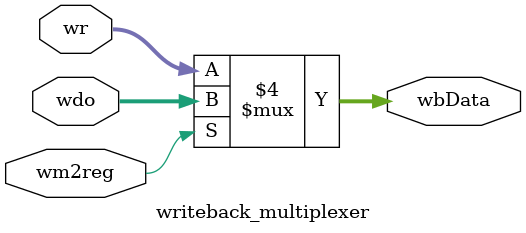
<source format=v>
`timescale 1ns / 1ps


module writeback_multiplexer(
    input wire [31:0] wr,
    input wire [31:0] wdo,
    input wire wm2reg,
    output reg [31:0] wbData
    );
    always @ (*) begin
        if (wm2reg == 0) begin
            wbData <= wr;
        end
        else begin 
            wbData <= wdo;
        end
    end
endmodule

</source>
